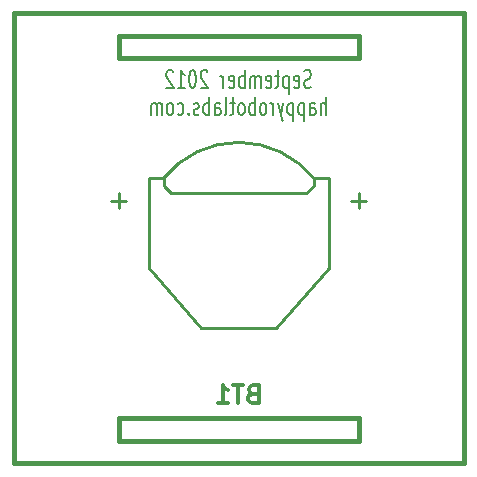
<source format=gbo>
G04 (created by PCBNEW-RS274X (2011-nov-30)-testing) date Mon 10 Sep 2012 05:33:44 PM EDT*
%MOIN*%
G04 Gerber Fmt 3.4, Leading zero omitted, Abs format*
%FSLAX34Y34*%
G01*
G70*
G90*
G04 APERTURE LIST*
%ADD10C,0.006*%
%ADD11C,0.015*%
%ADD12C,0.01*%
%ADD13C,0.012*%
G04 APERTURE END LIST*
G54D10*
X85910Y-51464D02*
X85853Y-51493D01*
X85757Y-51493D01*
X85719Y-51464D01*
X85700Y-51436D01*
X85681Y-51379D01*
X85681Y-51321D01*
X85700Y-51264D01*
X85719Y-51236D01*
X85757Y-51207D01*
X85834Y-51179D01*
X85872Y-51150D01*
X85891Y-51121D01*
X85910Y-51064D01*
X85910Y-51007D01*
X85891Y-50950D01*
X85872Y-50921D01*
X85834Y-50893D01*
X85738Y-50893D01*
X85681Y-50921D01*
X85357Y-51464D02*
X85395Y-51493D01*
X85472Y-51493D01*
X85510Y-51464D01*
X85529Y-51407D01*
X85529Y-51179D01*
X85510Y-51121D01*
X85472Y-51093D01*
X85395Y-51093D01*
X85357Y-51121D01*
X85338Y-51179D01*
X85338Y-51236D01*
X85529Y-51293D01*
X85167Y-51093D02*
X85167Y-51693D01*
X85167Y-51121D02*
X85129Y-51093D01*
X85052Y-51093D01*
X85014Y-51121D01*
X84995Y-51150D01*
X84976Y-51207D01*
X84976Y-51379D01*
X84995Y-51436D01*
X85014Y-51464D01*
X85052Y-51493D01*
X85129Y-51493D01*
X85167Y-51464D01*
X84862Y-51093D02*
X84710Y-51093D01*
X84805Y-50893D02*
X84805Y-51407D01*
X84786Y-51464D01*
X84748Y-51493D01*
X84710Y-51493D01*
X84423Y-51464D02*
X84461Y-51493D01*
X84538Y-51493D01*
X84576Y-51464D01*
X84595Y-51407D01*
X84595Y-51179D01*
X84576Y-51121D01*
X84538Y-51093D01*
X84461Y-51093D01*
X84423Y-51121D01*
X84404Y-51179D01*
X84404Y-51236D01*
X84595Y-51293D01*
X84233Y-51493D02*
X84233Y-51093D01*
X84233Y-51150D02*
X84214Y-51121D01*
X84176Y-51093D01*
X84118Y-51093D01*
X84080Y-51121D01*
X84061Y-51179D01*
X84061Y-51493D01*
X84061Y-51179D02*
X84042Y-51121D01*
X84004Y-51093D01*
X83947Y-51093D01*
X83909Y-51121D01*
X83890Y-51179D01*
X83890Y-51493D01*
X83700Y-51493D02*
X83700Y-50893D01*
X83700Y-51121D02*
X83662Y-51093D01*
X83585Y-51093D01*
X83547Y-51121D01*
X83528Y-51150D01*
X83509Y-51207D01*
X83509Y-51379D01*
X83528Y-51436D01*
X83547Y-51464D01*
X83585Y-51493D01*
X83662Y-51493D01*
X83700Y-51464D01*
X83185Y-51464D02*
X83223Y-51493D01*
X83300Y-51493D01*
X83338Y-51464D01*
X83357Y-51407D01*
X83357Y-51179D01*
X83338Y-51121D01*
X83300Y-51093D01*
X83223Y-51093D01*
X83185Y-51121D01*
X83166Y-51179D01*
X83166Y-51236D01*
X83357Y-51293D01*
X82995Y-51493D02*
X82995Y-51093D01*
X82995Y-51207D02*
X82976Y-51150D01*
X82957Y-51121D01*
X82919Y-51093D01*
X82880Y-51093D01*
X82461Y-50950D02*
X82442Y-50921D01*
X82404Y-50893D01*
X82308Y-50893D01*
X82270Y-50921D01*
X82251Y-50950D01*
X82232Y-51007D01*
X82232Y-51064D01*
X82251Y-51150D01*
X82480Y-51493D01*
X82232Y-51493D01*
X81985Y-50893D02*
X81946Y-50893D01*
X81908Y-50921D01*
X81889Y-50950D01*
X81870Y-51007D01*
X81851Y-51121D01*
X81851Y-51264D01*
X81870Y-51379D01*
X81889Y-51436D01*
X81908Y-51464D01*
X81946Y-51493D01*
X81985Y-51493D01*
X82023Y-51464D01*
X82042Y-51436D01*
X82061Y-51379D01*
X82080Y-51264D01*
X82080Y-51121D01*
X82061Y-51007D01*
X82042Y-50950D01*
X82023Y-50921D01*
X81985Y-50893D01*
X81470Y-51493D02*
X81699Y-51493D01*
X81585Y-51493D02*
X81585Y-50893D01*
X81623Y-50979D01*
X81661Y-51036D01*
X81699Y-51064D01*
X81318Y-50950D02*
X81299Y-50921D01*
X81261Y-50893D01*
X81165Y-50893D01*
X81127Y-50921D01*
X81108Y-50950D01*
X81089Y-51007D01*
X81089Y-51064D01*
X81108Y-51150D01*
X81337Y-51493D01*
X81089Y-51493D01*
X86406Y-52393D02*
X86406Y-51793D01*
X86234Y-52393D02*
X86234Y-52079D01*
X86253Y-52021D01*
X86291Y-51993D01*
X86349Y-51993D01*
X86387Y-52021D01*
X86406Y-52050D01*
X85872Y-52393D02*
X85872Y-52079D01*
X85891Y-52021D01*
X85929Y-51993D01*
X86006Y-51993D01*
X86044Y-52021D01*
X85872Y-52364D02*
X85910Y-52393D01*
X86006Y-52393D01*
X86044Y-52364D01*
X86063Y-52307D01*
X86063Y-52250D01*
X86044Y-52193D01*
X86006Y-52164D01*
X85910Y-52164D01*
X85872Y-52136D01*
X85682Y-51993D02*
X85682Y-52593D01*
X85682Y-52021D02*
X85644Y-51993D01*
X85567Y-51993D01*
X85529Y-52021D01*
X85510Y-52050D01*
X85491Y-52107D01*
X85491Y-52279D01*
X85510Y-52336D01*
X85529Y-52364D01*
X85567Y-52393D01*
X85644Y-52393D01*
X85682Y-52364D01*
X85320Y-51993D02*
X85320Y-52593D01*
X85320Y-52021D02*
X85282Y-51993D01*
X85205Y-51993D01*
X85167Y-52021D01*
X85148Y-52050D01*
X85129Y-52107D01*
X85129Y-52279D01*
X85148Y-52336D01*
X85167Y-52364D01*
X85205Y-52393D01*
X85282Y-52393D01*
X85320Y-52364D01*
X84996Y-51993D02*
X84901Y-52393D01*
X84805Y-51993D02*
X84901Y-52393D01*
X84939Y-52536D01*
X84958Y-52564D01*
X84996Y-52593D01*
X84653Y-52393D02*
X84653Y-51993D01*
X84653Y-52107D02*
X84634Y-52050D01*
X84615Y-52021D01*
X84577Y-51993D01*
X84538Y-51993D01*
X84348Y-52393D02*
X84386Y-52364D01*
X84405Y-52336D01*
X84424Y-52279D01*
X84424Y-52107D01*
X84405Y-52050D01*
X84386Y-52021D01*
X84348Y-51993D01*
X84290Y-51993D01*
X84252Y-52021D01*
X84233Y-52050D01*
X84214Y-52107D01*
X84214Y-52279D01*
X84233Y-52336D01*
X84252Y-52364D01*
X84290Y-52393D01*
X84348Y-52393D01*
X84043Y-52393D02*
X84043Y-51793D01*
X84043Y-52021D02*
X84005Y-51993D01*
X83928Y-51993D01*
X83890Y-52021D01*
X83871Y-52050D01*
X83852Y-52107D01*
X83852Y-52279D01*
X83871Y-52336D01*
X83890Y-52364D01*
X83928Y-52393D01*
X84005Y-52393D01*
X84043Y-52364D01*
X83624Y-52393D02*
X83662Y-52364D01*
X83681Y-52336D01*
X83700Y-52279D01*
X83700Y-52107D01*
X83681Y-52050D01*
X83662Y-52021D01*
X83624Y-51993D01*
X83566Y-51993D01*
X83528Y-52021D01*
X83509Y-52050D01*
X83490Y-52107D01*
X83490Y-52279D01*
X83509Y-52336D01*
X83528Y-52364D01*
X83566Y-52393D01*
X83624Y-52393D01*
X83376Y-51993D02*
X83224Y-51993D01*
X83319Y-51793D02*
X83319Y-52307D01*
X83300Y-52364D01*
X83262Y-52393D01*
X83224Y-52393D01*
X83033Y-52393D02*
X83071Y-52364D01*
X83090Y-52307D01*
X83090Y-51793D01*
X82708Y-52393D02*
X82708Y-52079D01*
X82727Y-52021D01*
X82765Y-51993D01*
X82842Y-51993D01*
X82880Y-52021D01*
X82708Y-52364D02*
X82746Y-52393D01*
X82842Y-52393D01*
X82880Y-52364D01*
X82899Y-52307D01*
X82899Y-52250D01*
X82880Y-52193D01*
X82842Y-52164D01*
X82746Y-52164D01*
X82708Y-52136D01*
X82518Y-52393D02*
X82518Y-51793D01*
X82518Y-52021D02*
X82480Y-51993D01*
X82403Y-51993D01*
X82365Y-52021D01*
X82346Y-52050D01*
X82327Y-52107D01*
X82327Y-52279D01*
X82346Y-52336D01*
X82365Y-52364D01*
X82403Y-52393D01*
X82480Y-52393D01*
X82518Y-52364D01*
X82175Y-52364D02*
X82137Y-52393D01*
X82061Y-52393D01*
X82022Y-52364D01*
X82003Y-52307D01*
X82003Y-52279D01*
X82022Y-52221D01*
X82061Y-52193D01*
X82118Y-52193D01*
X82156Y-52164D01*
X82175Y-52107D01*
X82175Y-52079D01*
X82156Y-52021D01*
X82118Y-51993D01*
X82061Y-51993D01*
X82022Y-52021D01*
X81832Y-52336D02*
X81813Y-52364D01*
X81832Y-52393D01*
X81851Y-52364D01*
X81832Y-52336D01*
X81832Y-52393D01*
X81470Y-52364D02*
X81508Y-52393D01*
X81585Y-52393D01*
X81623Y-52364D01*
X81642Y-52336D01*
X81661Y-52279D01*
X81661Y-52107D01*
X81642Y-52050D01*
X81623Y-52021D01*
X81585Y-51993D01*
X81508Y-51993D01*
X81470Y-52021D01*
X81242Y-52393D02*
X81280Y-52364D01*
X81299Y-52336D01*
X81318Y-52279D01*
X81318Y-52107D01*
X81299Y-52050D01*
X81280Y-52021D01*
X81242Y-51993D01*
X81184Y-51993D01*
X81146Y-52021D01*
X81127Y-52050D01*
X81108Y-52107D01*
X81108Y-52279D01*
X81127Y-52336D01*
X81146Y-52364D01*
X81184Y-52393D01*
X81242Y-52393D01*
X80937Y-52393D02*
X80937Y-51993D01*
X80937Y-52050D02*
X80918Y-52021D01*
X80880Y-51993D01*
X80822Y-51993D01*
X80784Y-52021D01*
X80765Y-52079D01*
X80765Y-52393D01*
X80765Y-52079D02*
X80746Y-52021D01*
X80708Y-51993D01*
X80651Y-51993D01*
X80613Y-52021D01*
X80594Y-52079D01*
X80594Y-52393D01*
G54D11*
X79500Y-62500D02*
X87500Y-62500D01*
X87500Y-62500D02*
X87500Y-63250D01*
X87500Y-63250D02*
X79500Y-63250D01*
X79500Y-63250D02*
X79500Y-62500D01*
X79500Y-50500D02*
X79500Y-49750D01*
X87500Y-50500D02*
X79500Y-50500D01*
X87500Y-49750D02*
X87500Y-50500D01*
X79500Y-49750D02*
X87500Y-49750D01*
X91000Y-64000D02*
X91000Y-49000D01*
X76000Y-64000D02*
X91000Y-64000D01*
X76000Y-49000D02*
X76000Y-64000D01*
X76000Y-64000D02*
X76000Y-49000D01*
X76000Y-49000D02*
X91000Y-49000D01*
G54D12*
X79750Y-55250D02*
X79250Y-55250D01*
X79250Y-55250D02*
X79500Y-55250D01*
X79500Y-55250D02*
X79500Y-55000D01*
X79500Y-55000D02*
X79500Y-55500D01*
X87500Y-55000D02*
X87500Y-55500D01*
X87500Y-55500D02*
X87500Y-55250D01*
X87500Y-55250D02*
X87750Y-55250D01*
X87750Y-55250D02*
X87250Y-55250D01*
X86000Y-54500D02*
X86000Y-54750D01*
X86000Y-54750D02*
X85750Y-55000D01*
X85750Y-55000D02*
X81250Y-55000D01*
X81250Y-55000D02*
X81000Y-54750D01*
X81000Y-54750D02*
X81000Y-54500D01*
X81005Y-54494D02*
G75*
G02X85998Y-54499I2495J-2006D01*
G74*
G01*
X81000Y-54500D02*
X80500Y-54500D01*
X86500Y-54500D02*
X86000Y-54500D01*
X80500Y-54500D02*
X80500Y-57500D01*
X80500Y-57500D02*
X82250Y-59500D01*
X82250Y-59500D02*
X84750Y-59500D01*
X84750Y-59500D02*
X86500Y-57500D01*
X86500Y-57500D02*
X86500Y-54500D01*
G54D13*
X83971Y-61679D02*
X83885Y-61707D01*
X83857Y-61736D01*
X83828Y-61793D01*
X83828Y-61879D01*
X83857Y-61936D01*
X83885Y-61964D01*
X83943Y-61993D01*
X84171Y-61993D01*
X84171Y-61393D01*
X83971Y-61393D01*
X83914Y-61421D01*
X83885Y-61450D01*
X83857Y-61507D01*
X83857Y-61564D01*
X83885Y-61621D01*
X83914Y-61650D01*
X83971Y-61679D01*
X84171Y-61679D01*
X83657Y-61393D02*
X83314Y-61393D01*
X83485Y-61993D02*
X83485Y-61393D01*
X82800Y-61993D02*
X83143Y-61993D01*
X82971Y-61993D02*
X82971Y-61393D01*
X83028Y-61479D01*
X83086Y-61536D01*
X83143Y-61564D01*
M02*

</source>
